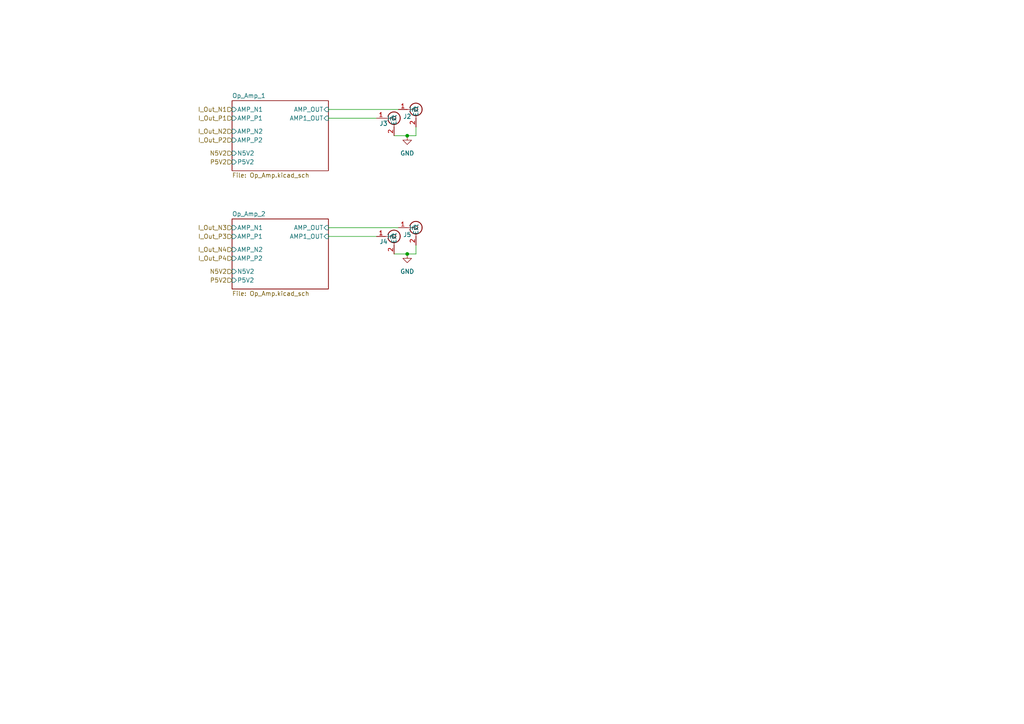
<source format=kicad_sch>
(kicad_sch (version 20250114) (generator "eeschema") (generator_version "9.0")
  (paper "A4")
  (title_block (date "2021-11-17"))
  (lib_symbols
    (symbol "142-0701-201:142-0701-201"
      (property "Reference" "J" (at -0.508 6.096 0))
      (property "Value" "142-0701-201" (at -7.366 3.81 0))
      (symbol "142-0701-201_0_1"
        (polyline (pts (xy -2.54 0) (xy -0.508 0)))
        (arc (start 1.778 0) (mid 0.222 -1.8079) (end -1.778 -0.508) (stroke (width 0.254)))
        (arc (start -1.778 0.508) (mid 0.2221 1.8084) (end 1.778 0) (stroke (width 0.254)))
        (circle (center 0 0) (radius 0.508) (stroke (width 0.2032)))
        (polyline (pts (xy 0 -2.54) (xy 0 -1.778)))
      )
      (symbol "142-0701-201_1_1"
        (pin passive line (at -5.08 0 0) (length 2.54) (name "In") (number "1"))
        (pin passive line (at 0 -5.08 90) (length 2.54) (name "Ext") (number "2"))
        (pin passive line (at 0 -5.08 90) (length 2.54) (hide yes) (name "Ext") (number "3"))
        (pin passive line (at 0 -5.08 90) (length 2.54) (hide yes) (name "Ext") (number "4"))
        (pin passive line (at 0 -5.08 90) (length 2.54) (hide yes) (name "Ext") (number "5"))
      )
    )
    (symbol "power:GND" (power) (pin_numbers (hide yes)) (pin_names (offset 0) (hide yes))
      (property "Value" "GND" (at 0 -3.81 0))
      (symbol "GND_0_1"
        (polyline (pts (xy 0 0) (xy 0 -1.27) (xy 1.27 -1.27) (xy 0 -2.54) (xy -1.27 -1.27) (xy 0 -1.27)))
      )
      (symbol "GND_1_1"
        (pin power_in line (at 0 0 270) (length 0) (name "~") (number "1"))
      )
    )
  )
  (junction (at 118.11 73.66))
  (junction (at 118.11 39.37))
  (wire (pts (xy 120.65 71.12) (xy 120.65 73.66)))
  (wire (pts (xy 95.25 68.58) (xy 109.22 68.58)))
  (wire (pts (xy 120.65 73.66) (xy 118.11 73.66)))
  (wire (pts (xy 120.65 36.83) (xy 120.65 39.37)))
  (wire (pts (xy 95.25 34.29) (xy 109.22 34.29)))
  (wire (pts (xy 95.25 31.75) (xy 115.57 31.75)))
  (wire (pts (xy 118.11 73.66) (xy 114.3 73.66)))
  (wire (pts (xy 95.25 66.04) (xy 115.57 66.04)))
  (wire (pts (xy 118.11 39.37) (xy 114.3 39.37)))
  (wire (pts (xy 120.65 39.37) (xy 118.11 39.37)))
  (hierarchical_label "I_Out_P3" (shape input) (at 67.31 68.58 180))
  (hierarchical_label "N5V2" (shape input) (at 67.31 78.74 180))
  (hierarchical_label "I_Out_P1" (shape input) (at 67.31 34.29 180))
  (hierarchical_label "N5V2" (shape input) (at 67.31 44.45 180))
  (hierarchical_label "I_Out_N2" (shape input) (at 67.31 38.1 180))
  (hierarchical_label "P5V2" (shape input) (at 67.31 46.99 180))
  (hierarchical_label "I_Out_P2" (shape input) (at 67.31 40.64 180))
  (hierarchical_label "I_Out_P4" (shape input) (at 67.31 74.93 180))
  (hierarchical_label "I_Out_N3" (shape input) (at 67.31 66.04 180))
  (hierarchical_label "I_Out_N1" (shape input) (at 67.31 31.75 180))
  (hierarchical_label "P5V2" (shape input) (at 67.31 81.28 180))
  (hierarchical_label "I_Out_N4" (shape input) (at 67.31 72.39 180))
  (symbol (lib_id "142-0701-201:142-0701-201") (at 114.3 34.29 0) (unit 1)
    (property "Reference" "J3" (at 111.252 35.814 0))
    (property "Value" "142-0701-201" (effects (hide yes)))
    (property "Footprint" "Insyte_Footprints:1420701201" (effects (hide yes)))
    (property "Datasheet" "https://datasheet.datasheetarchive.com/originals/distributors/Datasheets_SAMA/f0edfbb4fd3b9d8af3607c026aa358ce.pdf" (effects (hide yes)))
    (property "Description" "JOHNSON - CINCH CONNECTIVITY - 142-0701-201 - RF COAXIAL, SMA, STRAIGHT JACK, 50OHM" (effects (hide yes)))
    (property "Height" "9.52" (effects (hide yes)))
    (property "Mouser Part Number" "530-142-0701-201" (effects (hide yes)))
    (property "Mouser Price/Stock" "https://www.mouser.co.uk/ProductDetail/Johnson-Cinch-Connectivity-Solutions/142-0701-201?qs=sh18mOF39qY1deZe7h2WsQ%3D%3D" (effects (hide yes)))
    (property "Manufacturer_Name" "Cinch Connectivity Solutions" (effects (hide yes)))
    (property "Manufacturer_Part_Number" "142-0701-201" (effects (hide yes)))
  )
  (symbol (lib_id "142-0701-201:142-0701-201") (at 114.3 68.58 0) (unit 1)
    (property "Reference" "J4" (at 111.252 70.104 0))
    (property "Value" "142-0701-201" (effects (hide yes)))
    (property "Footprint" "Insyte_Footprints:1420701201" (effects (hide yes)))
    (property "Datasheet" "https://datasheet.datasheetarchive.com/originals/distributors/Datasheets_SAMA/f0edfbb4fd3b9d8af3607c026aa358ce.pdf" (effects (hide yes)))
    (property "Description" "JOHNSON - CINCH CONNECTIVITY - 142-0701-201 - RF COAXIAL, SMA, STRAIGHT JACK, 50OHM" (effects (hide yes)))
    (property "Height" "9.52" (effects (hide yes)))
    (property "Mouser Part Number" "530-142-0701-201" (effects (hide yes)))
    (property "Mouser Price/Stock" "https://www.mouser.co.uk/ProductDetail/Johnson-Cinch-Connectivity-Solutions/142-0701-201?qs=sh18mOF39qY1deZe7h2WsQ%3D%3D" (effects (hide yes)))
    (property "Manufacturer_Name" "Cinch Connectivity Solutions" (effects (hide yes)))
    (property "Manufacturer_Part_Number" "142-0701-201" (effects (hide yes)))
  )
  (symbol (lib_id "142-0701-201:142-0701-201") (at 120.65 66.04 0) (unit 1)
    (property "Reference" "J5" (at 118.11 68.072 0))
    (property "Value" "142-0701-201" (effects (hide yes)))
    (property "Footprint" "Insyte_Footprints:1420701201" (effects (hide yes)))
    (property "Datasheet" "https://datasheet.datasheetarchive.com/originals/distributors/Datasheets_SAMA/f0edfbb4fd3b9d8af3607c026aa358ce.pdf" (effects (hide yes)))
    (property "Description" "JOHNSON - CINCH CONNECTIVITY - 142-0701-201 - RF COAXIAL, SMA, STRAIGHT JACK, 50OHM" (effects (hide yes)))
    (property "Height" "9.52" (effects (hide yes)))
    (property "Mouser Part Number" "530-142-0701-201" (effects (hide yes)))
    (property "Mouser Price/Stock" "https://www.mouser.co.uk/ProductDetail/Johnson-Cinch-Connectivity-Solutions/142-0701-201?qs=sh18mOF39qY1deZe7h2WsQ%3D%3D" (effects (hide yes)))
    (property "Manufacturer_Name" "Cinch Connectivity Solutions" (effects (hide yes)))
    (property "Manufacturer_Part_Number" "142-0701-201" (effects (hide yes)))
  )
  (symbol (lib_id "142-0701-201:142-0701-201") (at 120.65 31.75 0) (unit 1)
    (property "Reference" "J2" (at 118.11 33.782 0))
    (property "Value" "142-0701-201" (effects (hide yes)))
    (property "Footprint" "Insyte_Footprints:1420701201" (effects (hide yes)))
    (property "Datasheet" "https://datasheet.datasheetarchive.com/originals/distributors/Datasheets_SAMA/f0edfbb4fd3b9d8af3607c026aa358ce.pdf" (effects (hide yes)))
    (property "Description" "JOHNSON - CINCH CONNECTIVITY - 142-0701-201 - RF COAXIAL, SMA, STRAIGHT JACK, 50OHM" (effects (hide yes)))
    (property "Height" "9.52" (effects (hide yes)))
    (property "Mouser Part Number" "530-142-0701-201" (effects (hide yes)))
    (property "Mouser Price/Stock" "https://www.mouser.co.uk/ProductDetail/Johnson-Cinch-Connectivity-Solutions/142-0701-201?qs=sh18mOF39qY1deZe7h2WsQ%3D%3D" (effects (hide yes)))
    (property "Manufacturer_Name" "Cinch Connectivity Solutions" (effects (hide yes)))
    (property "Manufacturer_Part_Number" "142-0701-201" (effects (hide yes)))
  )
  (symbol (lib_id "power:GND") (at 118.11 39.37 0) (unit 1)
    (property "Reference" "#PWR03" (effects (hide yes)))
    (property "Value" "GND" (at 118.11 44.45 0))
    (property "Description" "Power symbol creates a global label with name \"GND\" , ground" (effects (hide yes)))
  )
  (symbol (lib_id "power:GND") (at 118.11 73.66 0) (unit 1)
    (property "Reference" "#PWR049" (effects (hide yes)))
    (property "Value" "GND" (at 118.11 78.74 0))
    (property "Description" "Power symbol creates a global label with name \"GND\" , ground" (effects (hide yes)))
  )
  (sheet (at 67.31 63.5) (size 27.94 20.32) (stroke (width 0.1524))
    (property "Sheetname" "Op_Amp_2" (at 67.31 62.7884 0) (effects (justify left bottom)))
    (property "Sheetfile" "Op_Amp.kicad_sch" (at 67.31 84.4046 0) (effects (justify left top)))
    (pin "AMP1_OUT" input (at 95.25 68.58 0))
    (pin "AMP_N1" input (at 67.31 66.04 180))
    (pin "AMP_N2" input (at 67.31 72.39 180))
    (pin "AMP_OUT" input (at 95.25 66.04 0))
    (pin "AMP_P1" input (at 67.31 68.58 180))
    (pin "AMP_P2" input (at 67.31 74.93 180))
    (pin "N5V2" input (at 67.31 78.74 180))
    (pin "P5V2" input (at 67.31 81.28 180))
  )
  (sheet (at 67.31 29.21) (size 27.94 20.32) (stroke (width 0.1524))
    (property "Sheetname" "Op_Amp_1" (at 67.31 28.4984 0) (effects (justify left bottom)))
    (property "Sheetfile" "Op_Amp.kicad_sch" (at 67.31 50.1146 0) (effects (justify left top)))
    (pin "AMP1_OUT" input (at 95.25 34.29 0))
    (pin "AMP_N1" input (at 67.31 31.75 180))
    (pin "AMP_N2" input (at 67.31 38.1 180))
    (pin "AMP_OUT" input (at 95.25 31.75 0))
    (pin "AMP_P1" input (at 67.31 34.29 180))
    (pin "AMP_P2" input (at 67.31 40.64 180))
    (pin "N5V2" input (at 67.31 44.45 180))
    (pin "P5V2" input (at 67.31 46.99 180))
  )
)
</source>
